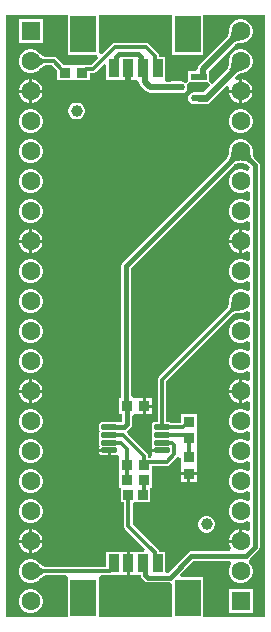
<source format=gbr>
%TF.GenerationSoftware,Altium Limited,Altium Designer,23.10.1 (27)*%
G04 Layer_Physical_Order=2*
G04 Layer_Color=16711680*
%FSLAX45Y45*%
%MOMM*%
%TF.SameCoordinates,7A70C931-5BDF-4ABD-901A-901AFED5F3BC*%
%TF.FilePolarity,Positive*%
%TF.FileFunction,Copper,L2,Bot,Signal*%
%TF.Part,Single*%
G01*
G75*
%TA.AperFunction,ComponentPad*%
%ADD10C,1.60000*%
%ADD11R,1.60000X1.60000*%
%TA.AperFunction,ViaPad*%
%ADD12C,0.50000*%
%TA.AperFunction,FiducialPad,Global*%
%ADD13C,1.00000*%
%TA.AperFunction,SMDPad,CuDef*%
%ADD14R,0.95814X0.91213*%
%ADD15R,0.91213X0.95814*%
G04:AMPARAMS|DCode=16|XSize=0.45mm|YSize=1.35mm|CornerRadius=0.0495mm|HoleSize=0mm|Usage=FLASHONLY|Rotation=90.000|XOffset=0mm|YOffset=0mm|HoleType=Round|Shape=RoundedRectangle|*
%AMROUNDEDRECTD16*
21,1,0.45000,1.25100,0,0,90.0*
21,1,0.35100,1.35000,0,0,90.0*
1,1,0.09900,0.62550,0.17550*
1,1,0.09900,0.62550,-0.17550*
1,1,0.09900,-0.62550,-0.17550*
1,1,0.09900,-0.62550,0.17550*
%
%ADD16ROUNDEDRECTD16*%
%ADD17R,0.80650X0.86822*%
%TA.AperFunction,ConnectorPad*%
%ADD18R,0.81280X1.60020*%
%ADD19R,2.20980X3.09880*%
%TA.AperFunction,SMDPad,CuDef*%
G04:AMPARAMS|DCode=20|XSize=1.35872mm|YSize=0.58684mm|CornerRadius=0.29342mm|HoleSize=0mm|Usage=FLASHONLY|Rotation=180.000|XOffset=0mm|YOffset=0mm|HoleType=Round|Shape=RoundedRectangle|*
%AMROUNDEDRECTD20*
21,1,1.35872,0.00000,0,0,180.0*
21,1,0.77188,0.58684,0,0,180.0*
1,1,0.58684,-0.38594,0.00000*
1,1,0.58684,0.38594,0.00000*
1,1,0.58684,0.38594,0.00000*
1,1,0.58684,-0.38594,0.00000*
%
%ADD20ROUNDEDRECTD20*%
%ADD21R,1.35872X0.58684*%
%ADD22R,0.81280X1.60020*%
%ADD23R,2.20980X3.09880*%
%ADD24R,0.95872X0.91213*%
%TA.AperFunction,Conductor*%
%ADD25C,0.30000*%
%ADD26C,0.40000*%
%ADD27C,0.50000*%
%ADD28C,0.60000*%
G36*
X888200Y4896504D02*
X879695Y4896329D01*
X871542Y4895629D01*
X863741Y4894404D01*
X856293Y4892655D01*
X849197Y4890382D01*
X842453Y4887584D01*
X836062Y4884261D01*
X830022Y4880414D01*
X824336Y4876042D01*
X819001Y4871146D01*
X783646Y4906501D01*
X788542Y4911836D01*
X792914Y4917523D01*
X796761Y4923562D01*
X800083Y4929953D01*
X802882Y4936697D01*
X805155Y4943793D01*
X806904Y4951241D01*
X808129Y4959042D01*
X808829Y4967195D01*
X809004Y4975700D01*
X888200Y4896504D01*
D02*
G37*
G36*
X-823940Y4770710D02*
X-808739Y4757590D01*
X-801466Y4752260D01*
X-794412Y4747750D01*
X-787577Y4744060D01*
X-780959Y4741190D01*
X-774561Y4739140D01*
X-768380Y4737910D01*
X-762419Y4737500D01*
Y4707500D01*
X-768380Y4707090D01*
X-774561Y4705860D01*
X-780959Y4703810D01*
X-787577Y4700940D01*
X-794412Y4697250D01*
X-801466Y4692740D01*
X-808739Y4687410D01*
X-816231Y4681260D01*
X-831869Y4666500D01*
Y4778500D01*
X-823940Y4770710D01*
D02*
G37*
G36*
X899875Y4643243D02*
X892728Y4642025D01*
X885755Y4640357D01*
X878956Y4638239D01*
X872331Y4635671D01*
X865880Y4632652D01*
X859603Y4629183D01*
X853499Y4625264D01*
X847570Y4620895D01*
X841814Y4616076D01*
X836232Y4610806D01*
X787032Y4646459D01*
X792388Y4652221D01*
X797063Y4658115D01*
X801058Y4664142D01*
X804373Y4670302D01*
X807007Y4676594D01*
X808962Y4683018D01*
X810236Y4689575D01*
X810829Y4696265D01*
X810743Y4703087D01*
X809976Y4710042D01*
X899875Y4643243D01*
D02*
G37*
G36*
X969134Y3949889D02*
X970842Y3931890D01*
X972412Y3923701D01*
X974459Y3916053D01*
X976983Y3908947D01*
X979985Y3902381D01*
X983465Y3896356D01*
X987421Y3890872D01*
X991856Y3885929D01*
X963571Y3857645D01*
X958628Y3862079D01*
X953144Y3866035D01*
X947119Y3869515D01*
X940553Y3872517D01*
X933447Y3875041D01*
X925799Y3877089D01*
X917611Y3878658D01*
X908881Y3879751D01*
X899611Y3880366D01*
X889800Y3880504D01*
X968996Y3959700D01*
X969134Y3949889D01*
D02*
G37*
G36*
X888200Y3880504D02*
X878389Y3880366D01*
X860389Y3878658D01*
X852201Y3877089D01*
X844553Y3875041D01*
X837447Y3872517D01*
X830881Y3869515D01*
X824856Y3866035D01*
X819372Y3862079D01*
X814429Y3857645D01*
X786144Y3885929D01*
X790579Y3890872D01*
X794535Y3896356D01*
X798015Y3902381D01*
X801017Y3908947D01*
X803541Y3916053D01*
X805588Y3923701D01*
X807158Y3931890D01*
X808251Y3940619D01*
X808866Y3949889D01*
X809004Y3959700D01*
X888200Y3880504D01*
D02*
G37*
G36*
X889509Y3859788D02*
X898778Y3859658D01*
X906906Y3859119D01*
X914371Y3858184D01*
X921163Y3856882D01*
X927292Y3855241D01*
X932763Y3853298D01*
X937611Y3851081D01*
X941874Y3848619D01*
X944993Y3846368D01*
X965100Y3826262D01*
X962666Y3804102D01*
X939596Y3793128D01*
X927722Y3799983D01*
X902207Y3806820D01*
X875793D01*
X850278Y3799983D01*
X827402Y3786776D01*
X808724Y3768098D01*
X795517Y3745222D01*
X788680Y3719707D01*
Y3693293D01*
X795517Y3667778D01*
X808724Y3644902D01*
X827402Y3626224D01*
X850278Y3613017D01*
X875793Y3606180D01*
X902207D01*
X927722Y3613017D01*
X942610Y3621613D01*
X968210Y3610326D01*
Y3548675D01*
X942610Y3537388D01*
X927722Y3545983D01*
X902207Y3552820D01*
X875793D01*
X850278Y3545983D01*
X827402Y3532776D01*
X808724Y3514098D01*
X795517Y3491222D01*
X788680Y3465707D01*
Y3439293D01*
X795517Y3413778D01*
X808724Y3390902D01*
X827402Y3372224D01*
X850278Y3359017D01*
X875793Y3352180D01*
X902207D01*
X927722Y3359017D01*
X942610Y3367613D01*
X968210Y3356326D01*
Y3294642D01*
X942610Y3283364D01*
X927714Y3291964D01*
X902205Y3298800D01*
X901700D01*
Y3198500D01*
Y3098200D01*
X902205D01*
X927714Y3105036D01*
X942610Y3113636D01*
X968210Y3102358D01*
Y3040675D01*
X942610Y3029388D01*
X927722Y3037983D01*
X902207Y3044820D01*
X875793D01*
X850278Y3037983D01*
X827402Y3024776D01*
X808724Y3006098D01*
X795517Y2983222D01*
X788680Y2957707D01*
Y2931293D01*
X795517Y2905778D01*
X808724Y2882902D01*
X827402Y2864224D01*
X850278Y2851017D01*
X875793Y2844180D01*
X902207D01*
X927722Y2851017D01*
X942610Y2859613D01*
X968210Y2848326D01*
Y2786675D01*
X942610Y2775388D01*
X927722Y2783983D01*
X902207Y2790820D01*
X875793D01*
X850278Y2783983D01*
X827402Y2770776D01*
X808724Y2752098D01*
X795517Y2729222D01*
X788680Y2703707D01*
Y2691981D01*
X788295Y2690298D01*
X787695Y2669521D01*
X786871Y2661149D01*
X785685Y2653455D01*
X784192Y2646671D01*
X782441Y2640810D01*
X780497Y2635888D01*
X778430Y2631873D01*
X776389Y2628818D01*
X199536Y2051964D01*
X191729Y2040281D01*
X188988Y2026500D01*
Y1665815D01*
X159950D01*
X150090Y1663854D01*
X141731Y1658268D01*
X136146Y1649910D01*
X134185Y1640050D01*
Y1604950D01*
X136146Y1595090D01*
X139547Y1590000D01*
X136146Y1584909D01*
X134185Y1575050D01*
Y1539950D01*
X136146Y1530090D01*
X139547Y1525000D01*
X136146Y1519910D01*
X134185Y1510050D01*
Y1474950D01*
X136146Y1465090D01*
X139559Y1459982D01*
X136165Y1454902D01*
X134205Y1445050D01*
Y1440200D01*
X222500D01*
Y1414800D01*
X134205D01*
Y1409950D01*
X136165Y1400098D01*
X141746Y1391746D01*
X141946Y1391612D01*
X134180Y1366012D01*
X103837D01*
Y1382175D01*
X101096Y1395956D01*
X93289Y1407639D01*
X-66407Y1567335D01*
X-73249Y1592754D01*
X-65730Y1601132D01*
X-43602Y1623260D01*
X-34690Y1636597D01*
X-31561Y1652329D01*
Y1715972D01*
X-13459Y1734073D01*
X-4415D01*
X21064Y1734094D01*
X59971D01*
Y1800000D01*
Y1865906D01*
X21185D01*
X-4415Y1865927D01*
X-13290Y1865926D01*
X-38890Y1884181D01*
Y2974472D01*
X833007Y3846369D01*
X836126Y3848619D01*
X840389Y3851081D01*
X845237Y3853298D01*
X850711Y3855242D01*
X856837Y3856882D01*
X863326Y3858126D01*
X879514Y3859662D01*
X888490Y3859788D01*
X889000Y3859897D01*
X889509Y3859788D01*
D02*
G37*
G36*
X888200Y2610504D02*
X877085Y2610406D01*
X857059Y2608935D01*
X848148Y2607561D01*
X839971Y2605762D01*
X832528Y2603538D01*
X825820Y2600888D01*
X819845Y2597813D01*
X814606Y2594313D01*
X810100Y2590387D01*
X788887Y2611600D01*
X792813Y2616106D01*
X796313Y2621346D01*
X799388Y2627320D01*
X802038Y2634028D01*
X804262Y2641471D01*
X806061Y2649648D01*
X807435Y2658559D01*
X808383Y2668205D01*
X809004Y2689700D01*
X888200Y2610504D01*
D02*
G37*
G36*
X968210Y2594326D02*
Y2532675D01*
X942610Y2521388D01*
X927722Y2529983D01*
X902207Y2536820D01*
X875793D01*
X850278Y2529983D01*
X827402Y2516776D01*
X808724Y2498098D01*
X795517Y2475222D01*
X788680Y2449707D01*
Y2423293D01*
X795517Y2397778D01*
X808724Y2374902D01*
X827402Y2356224D01*
X850278Y2343017D01*
X875793Y2336180D01*
X902207D01*
X927722Y2343017D01*
X942610Y2351613D01*
X968210Y2340326D01*
Y2278675D01*
X942610Y2267388D01*
X927722Y2275983D01*
X902207Y2282820D01*
X875793D01*
X850278Y2275983D01*
X827402Y2262776D01*
X808724Y2244098D01*
X795517Y2221222D01*
X788680Y2195707D01*
Y2169293D01*
X795517Y2143778D01*
X808724Y2120902D01*
X827402Y2102224D01*
X850278Y2089017D01*
X875793Y2082180D01*
X902207D01*
X927722Y2089017D01*
X942610Y2097613D01*
X968210Y2086326D01*
Y2024642D01*
X942610Y2013364D01*
X927714Y2021964D01*
X902205Y2028800D01*
X901700D01*
Y1928500D01*
Y1828200D01*
X902205D01*
X927714Y1835036D01*
X942610Y1843636D01*
X968210Y1832358D01*
Y1770675D01*
X942610Y1759388D01*
X927722Y1767983D01*
X902207Y1774820D01*
X875793D01*
X850278Y1767983D01*
X827402Y1754776D01*
X808724Y1736098D01*
X795517Y1713222D01*
X788680Y1687707D01*
Y1661293D01*
X795517Y1635778D01*
X808724Y1612902D01*
X827402Y1594224D01*
X850278Y1581017D01*
X875793Y1574180D01*
X902207D01*
X927722Y1581017D01*
X942610Y1589613D01*
X968210Y1578326D01*
Y1516675D01*
X942610Y1505388D01*
X927722Y1513983D01*
X902207Y1520820D01*
X875793D01*
X850278Y1513983D01*
X827402Y1500776D01*
X808724Y1482098D01*
X795517Y1459222D01*
X788680Y1433707D01*
Y1407293D01*
X795517Y1381778D01*
X808724Y1358902D01*
X827402Y1340224D01*
X850278Y1327017D01*
X875793Y1320180D01*
X902207D01*
X927722Y1327017D01*
X942610Y1335613D01*
X968210Y1324326D01*
Y1262675D01*
X942610Y1251388D01*
X927722Y1259983D01*
X902207Y1266820D01*
X875793D01*
X850278Y1259983D01*
X827402Y1246776D01*
X808724Y1228098D01*
X795517Y1205222D01*
X788680Y1179707D01*
Y1153293D01*
X795517Y1127778D01*
X808724Y1104902D01*
X827402Y1086224D01*
X850278Y1073017D01*
X875793Y1066180D01*
X902207D01*
X927722Y1073017D01*
X942610Y1081613D01*
X968210Y1070326D01*
Y1008675D01*
X942610Y997388D01*
X927722Y1005983D01*
X902207Y1012820D01*
X875793D01*
X850278Y1005983D01*
X827402Y992776D01*
X808724Y974098D01*
X795517Y951222D01*
X788680Y925707D01*
Y899293D01*
X795517Y873778D01*
X808724Y850902D01*
X827402Y832224D01*
X850278Y819017D01*
X875793Y812180D01*
X902207D01*
X927722Y819017D01*
X942610Y827613D01*
X968210Y816326D01*
Y754642D01*
X942610Y743364D01*
X927714Y751964D01*
X902205Y758800D01*
X901700D01*
Y658500D01*
X889000D01*
Y645800D01*
X788700D01*
Y645295D01*
X795536Y619786D01*
X808740Y596915D01*
X808945Y596710D01*
X798341Y571110D01*
X470649D01*
X454917Y567981D01*
X441580Y559069D01*
X274060Y391549D01*
X248460Y393485D01*
Y569730D01*
X196561D01*
X195131Y576921D01*
X187324Y588604D01*
X139592Y636337D01*
X138976Y637258D01*
X-26574Y802808D01*
Y983934D01*
X-1941Y986269D01*
X1941D01*
Y986269D01*
X123231D01*
Y1109073D01*
X138426D01*
Y1234073D01*
Y1293988D01*
X262500D01*
X276281Y1296729D01*
X287964Y1304536D01*
X352033Y1368604D01*
X379973Y1365094D01*
X384074Y1362311D01*
X384073Y1301973D01*
X384094Y1276500D01*
Y1242500D01*
X450000D01*
X515907D01*
Y1276372D01*
X515927Y1301973D01*
X515927Y1323599D01*
Y1438426D01*
X515927D01*
Y1461574D01*
X515927D01*
Y1598027D01*
X515927Y1598027D01*
Y1601973D01*
X515927D01*
X515927Y1623627D01*
Y1738427D01*
X384074D01*
Y1658512D01*
X302904D01*
X294910Y1663854D01*
X285050Y1665815D01*
X261012D01*
Y2011583D01*
X827317Y2577889D01*
X830373Y2579930D01*
X834386Y2581996D01*
X839311Y2583941D01*
X845171Y2585692D01*
X851955Y2587185D01*
X859401Y2588333D01*
X877937Y2589695D01*
X888382Y2589787D01*
X890273Y2590180D01*
X902207D01*
X927722Y2597017D01*
X942610Y2605613D01*
X968210Y2594326D01*
D02*
G37*
G36*
X-823940Y452710D02*
X-808739Y439590D01*
X-801466Y434260D01*
X-794412Y429750D01*
X-787577Y426060D01*
X-780959Y423190D01*
X-774561Y421140D01*
X-768380Y419910D01*
X-762419Y419500D01*
Y389500D01*
X-768380Y389090D01*
X-774561Y387860D01*
X-780959Y385810D01*
X-787577Y382940D01*
X-794412Y379250D01*
X-801466Y374740D01*
X-808739Y369410D01*
X-816231Y363260D01*
X-831869Y348500D01*
Y460500D01*
X-823940Y452710D01*
D02*
G37*
G36*
X-573310Y5113765D02*
Y4775340D01*
X-330492D01*
X-319888Y4749740D01*
X-378010Y4691619D01*
X-424194D01*
X-427674Y4690926D01*
X-501372D01*
X-523027Y4690927D01*
X-548628Y4690926D01*
X-610197D01*
X-667235Y4747964D01*
X-678918Y4755771D01*
X-692700Y4758512D01*
X-765755D01*
X-769361Y4759230D01*
X-773659Y4760606D01*
X-778517Y4762714D01*
X-783896Y4765617D01*
X-789750Y4769360D01*
X-795827Y4773813D01*
X-809897Y4785957D01*
X-817348Y4793278D01*
X-818963Y4794336D01*
X-827402Y4802776D01*
X-850278Y4815983D01*
X-875793Y4822820D01*
X-902207D01*
X-927722Y4815983D01*
X-950598Y4802776D01*
X-969276Y4784098D01*
X-982483Y4761222D01*
X-989320Y4735707D01*
Y4709293D01*
X-982483Y4683778D01*
X-969276Y4660902D01*
X-950598Y4642224D01*
X-927722Y4629017D01*
X-902207Y4622180D01*
X-875793D01*
X-850278Y4629017D01*
X-827402Y4642224D01*
X-819110Y4650516D01*
X-817648Y4651433D01*
X-802531Y4665702D01*
X-796034Y4671035D01*
X-789750Y4675640D01*
X-783898Y4679382D01*
X-778518Y4682286D01*
X-773660Y4684393D01*
X-769362Y4685770D01*
X-765755Y4686488D01*
X-707616D01*
X-663426Y4642298D01*
Y4559073D01*
X-548628D01*
X-526973Y4559073D01*
X-501372Y4559073D01*
X-386574D01*
Y4619595D01*
X-363093D01*
X-349312Y4622336D01*
X-337629Y4630142D01*
X-272111Y4695660D01*
X-248460Y4685864D01*
Y4560270D01*
X-149032D01*
X-126541Y4560270D01*
Y4560270D01*
X-123439Y4560290D01*
Y4560290D01*
X-75200D01*
Y4660600D01*
X-49800D01*
Y4560290D01*
X-1560D01*
Y4560290D01*
X1540Y4560270D01*
X23498Y4551477D01*
X31932Y4541860D01*
X35450Y4524177D01*
X45466Y4509186D01*
X87326Y4467326D01*
X102317Y4457309D01*
X120000Y4453792D01*
X120002Y4453792D01*
X288502D01*
X289358Y4453219D01*
X308735Y4449365D01*
X385923D01*
X405300Y4453219D01*
X421727Y4464196D01*
X432703Y4480623D01*
X436558Y4500000D01*
X433834Y4513694D01*
X432704Y4519377D01*
X433206Y4524155D01*
X448413Y4541754D01*
X448875Y4541837D01*
X467491Y4541838D01*
X595829D01*
X616076Y4541837D01*
X630749Y4520306D01*
X570249Y4459806D01*
X532671D01*
X529298Y4459135D01*
X494077D01*
X474700Y4455280D01*
X458272Y4444304D01*
X447296Y4427877D01*
X443442Y4408500D01*
X447296Y4389123D01*
X458272Y4372696D01*
X474700Y4361719D01*
X494077Y4357865D01*
X529298D01*
X532671Y4357194D01*
X591500D01*
X611134Y4361100D01*
X627779Y4372221D01*
X773031Y4517474D01*
X783016Y4512922D01*
X794277Y4502516D01*
X788700Y4481705D01*
Y4481200D01*
X876300D01*
Y4568800D01*
X875795D01*
X854985Y4563224D01*
X844578Y4574484D01*
X840026Y4584469D01*
X859009Y4603452D01*
X860377Y4604598D01*
X865252Y4608190D01*
X870219Y4611379D01*
X875291Y4614182D01*
X880474Y4616607D01*
X885791Y4618668D01*
X891252Y4620369D01*
X896885Y4621717D01*
X899606Y4622180D01*
X902207D01*
X927722Y4629017D01*
X950598Y4642224D01*
X969276Y4660902D01*
X982483Y4683778D01*
X989320Y4709293D01*
Y4735707D01*
X982483Y4761222D01*
X969276Y4784098D01*
X950598Y4802776D01*
X927722Y4815983D01*
X902207Y4822820D01*
X875793D01*
X850278Y4815983D01*
X827402Y4802776D01*
X808724Y4784098D01*
X795517Y4761222D01*
X788680Y4735707D01*
Y4709293D01*
X789589Y4705901D01*
X790039Y4701816D01*
X790100Y4697053D01*
X789693Y4692475D01*
X788828Y4688020D01*
X787492Y4683627D01*
X785652Y4679233D01*
X783265Y4674797D01*
X780281Y4670297D01*
X778525Y4668082D01*
X642458Y4532015D01*
X620927Y4546688D01*
X620926Y4565429D01*
Y4641161D01*
X620927Y4641162D01*
X620927D01*
X636935Y4659087D01*
X839132Y4861284D01*
X841926Y4863432D01*
X846426Y4866299D01*
X851217Y4868789D01*
X856340Y4870915D01*
X861830Y4872674D01*
X867722Y4874057D01*
X874037Y4875049D01*
X880794Y4875629D01*
X888627Y4875790D01*
X890395Y4876180D01*
X902207D01*
X927722Y4883017D01*
X950598Y4896224D01*
X969276Y4914902D01*
X982483Y4937778D01*
X989320Y4963293D01*
Y4989707D01*
X982483Y5015222D01*
X969276Y5038098D01*
X950598Y5056776D01*
X927722Y5069983D01*
X902207Y5076820D01*
X875793D01*
X850278Y5069983D01*
X827402Y5056776D01*
X808724Y5038098D01*
X795517Y5015222D01*
X788680Y4989707D01*
Y4977896D01*
X788290Y4976127D01*
X788129Y4968295D01*
X787549Y4961537D01*
X786557Y4955222D01*
X785174Y4949330D01*
X783415Y4943840D01*
X781290Y4938719D01*
X778799Y4933926D01*
X775931Y4929425D01*
X773784Y4926632D01*
X537333Y4690181D01*
X527316Y4675190D01*
X523799Y4657507D01*
X506275Y4641162D01*
X444415D01*
Y4566261D01*
X444414Y4547929D01*
X424967Y4537537D01*
X421156Y4536187D01*
X413937Y4541010D01*
X405300Y4546780D01*
X385923Y4550635D01*
X308735D01*
X289358Y4546780D01*
X288502Y4546208D01*
X268235D01*
X248460Y4560270D01*
Y4760930D01*
X198512D01*
Y4762500D01*
X195771Y4776282D01*
X187964Y4787965D01*
X110465Y4865464D01*
X98782Y4873271D01*
X85000Y4876012D01*
X-178700D01*
X-192481Y4873271D01*
X-204164Y4865464D01*
X-286090Y4783538D01*
X-311690Y4794142D01*
Y5113764D01*
X311690Y5113764D01*
Y4775340D01*
X573310D01*
Y5113763D01*
X1093764Y5113763D01*
X1093765Y700291D01*
X1093765Y16235D01*
X573310D01*
Y354660D01*
X386895D01*
X377098Y378311D01*
X487677Y488890D01*
X795312D01*
X803834Y474408D01*
X807103Y463290D01*
X795517Y443222D01*
X788680Y417707D01*
Y391293D01*
X795517Y365778D01*
X808724Y342902D01*
X827402Y324224D01*
X850278Y311017D01*
X875793Y304180D01*
X902207D01*
X927722Y311017D01*
X950598Y324224D01*
X969276Y342902D01*
X982483Y365778D01*
X989320Y391293D01*
Y417707D01*
X982483Y443222D01*
X969276Y466098D01*
X963027Y472347D01*
X959962Y498901D01*
X964416Y505620D01*
X1038389Y579593D01*
X1047301Y592930D01*
X1050430Y608662D01*
Y3840180D01*
X1047301Y3855912D01*
X1038389Y3869249D01*
X1003132Y3904507D01*
X1000881Y3907626D01*
X998419Y3911889D01*
X996202Y3916737D01*
X994258Y3922211D01*
X992618Y3928337D01*
X991374Y3934826D01*
X989838Y3951014D01*
X989712Y3959991D01*
X989320Y3961827D01*
Y3973707D01*
X982483Y3999222D01*
X969276Y4022098D01*
X950598Y4040776D01*
X927722Y4053983D01*
X902207Y4060820D01*
X875793D01*
X850278Y4053983D01*
X827402Y4040776D01*
X808724Y4022098D01*
X795517Y3999222D01*
X788680Y3973707D01*
Y3961827D01*
X788288Y3959991D01*
X788158Y3950722D01*
X787618Y3942594D01*
X786684Y3935129D01*
X785382Y3928337D01*
X783741Y3922208D01*
X781798Y3916737D01*
X779581Y3911889D01*
X777119Y3907626D01*
X774869Y3904507D01*
X-109069Y3020569D01*
X-117981Y3007232D01*
X-121110Y2991500D01*
Y1865926D01*
X-140926D01*
Y1734073D01*
X-113781D01*
Y1669358D01*
X-119528Y1663610D01*
X-149725D01*
X-150090Y1663854D01*
X-159950Y1665815D01*
X-285050D01*
X-294910Y1663854D01*
X-303269Y1658268D01*
X-308854Y1649910D01*
X-310815Y1640050D01*
Y1604950D01*
X-308854Y1595090D01*
X-305453Y1590000D01*
X-308854Y1584909D01*
X-310815Y1575050D01*
Y1539950D01*
X-308854Y1530090D01*
X-305453Y1525000D01*
X-308854Y1519910D01*
X-310815Y1510050D01*
Y1474950D01*
X-308854Y1465090D01*
X-305441Y1459982D01*
X-308835Y1454902D01*
X-310795Y1445050D01*
Y1440200D01*
X-222500D01*
Y1427500D01*
X-209800D01*
Y1384205D01*
X-159950D01*
X-152545Y1385678D01*
X-141036Y1369245D01*
X-138426Y1364372D01*
Y1234073D01*
Y1109073D01*
X-123231D01*
Y986269D01*
X-98597D01*
Y787891D01*
X-95856Y774110D01*
X-88050Y762427D01*
X79047Y595330D01*
X68443Y569730D01*
X1540Y569730D01*
X-23932Y569710D01*
X-49800D01*
Y469400D01*
Y369090D01*
X-24060D01*
X1540Y369070D01*
X42713Y369070D01*
X45159Y356769D01*
X54071Y343433D01*
X77503Y320001D01*
X90839Y311090D01*
X106572Y307960D01*
X289719D01*
X311690Y286813D01*
Y16235D01*
X-311690Y16234D01*
Y342888D01*
X-311690Y354660D01*
X-291818Y368488D01*
X-213140D01*
X-210214Y369070D01*
X-126540Y369070D01*
X-101068Y369090D01*
X-75200D01*
Y469400D01*
Y569710D01*
X-100940D01*
X-126540Y569730D01*
X-149032Y569730D01*
X-248460D01*
Y440512D01*
X-765755D01*
X-769361Y441230D01*
X-773659Y442606D01*
X-778517Y444714D01*
X-783896Y447617D01*
X-789750Y451360D01*
X-795827Y455813D01*
X-809897Y467957D01*
X-817348Y475278D01*
X-818963Y476336D01*
X-827402Y484776D01*
X-850278Y497983D01*
X-875793Y504820D01*
X-902207D01*
X-927722Y497983D01*
X-950598Y484776D01*
X-969276Y466098D01*
X-982483Y443222D01*
X-989320Y417707D01*
Y391293D01*
X-982483Y365778D01*
X-969276Y342902D01*
X-950598Y324224D01*
X-927722Y311017D01*
X-902207Y304180D01*
X-875793D01*
X-850278Y311017D01*
X-827402Y324224D01*
X-819110Y332516D01*
X-817648Y333433D01*
X-802531Y347702D01*
X-796034Y353035D01*
X-789750Y357640D01*
X-783898Y361382D01*
X-778518Y364286D01*
X-773660Y366393D01*
X-769362Y367770D01*
X-765755Y368488D01*
X-593182D01*
X-573310Y354660D01*
X-573310Y342888D01*
Y16234D01*
X-1093764D01*
Y5113765D01*
X-573310Y5113765D01*
D02*
G37*
%LPC*%
G36*
X876300Y3298800D02*
X875795D01*
X850286Y3291964D01*
X827415Y3278760D01*
X808740Y3260085D01*
X795536Y3237214D01*
X788700Y3211705D01*
Y3211200D01*
X876300D01*
Y3298800D01*
D02*
G37*
G36*
Y3185800D02*
X788700D01*
Y3185295D01*
X795536Y3159786D01*
X808740Y3136915D01*
X827415Y3118240D01*
X850286Y3105036D01*
X875795Y3098200D01*
X876300D01*
Y3185800D01*
D02*
G37*
G36*
X85371Y1865906D02*
Y1812700D01*
X140906D01*
Y1865906D01*
X85371D01*
D02*
G37*
G36*
X140906Y1787300D02*
X85371D01*
Y1734094D01*
X140906D01*
Y1787300D01*
D02*
G37*
G36*
X876300Y2028800D02*
X875795D01*
X850286Y2021964D01*
X827415Y2008760D01*
X808740Y1990085D01*
X795536Y1967214D01*
X788700Y1941705D01*
Y1941200D01*
X876300D01*
Y2028800D01*
D02*
G37*
G36*
Y1915800D02*
X788700D01*
Y1915295D01*
X795536Y1889786D01*
X808740Y1866915D01*
X827415Y1848240D01*
X850286Y1835036D01*
X875795Y1828200D01*
X876300D01*
Y1915800D01*
D02*
G37*
G36*
X515907Y1217100D02*
X462700D01*
Y1161594D01*
X515907D01*
Y1217100D01*
D02*
G37*
G36*
X437300D02*
X384094D01*
Y1161594D01*
X437300D01*
Y1217100D01*
D02*
G37*
G36*
X609258Y870320D02*
X590742D01*
X572858Y865528D01*
X556823Y856270D01*
X543730Y843177D01*
X534472Y827142D01*
X529680Y809258D01*
Y790742D01*
X534472Y772857D01*
X543730Y756822D01*
X556823Y743730D01*
X572858Y734472D01*
X590742Y729680D01*
X609258D01*
X627143Y734472D01*
X643178Y743730D01*
X656270Y756822D01*
X665528Y772857D01*
X670320Y790742D01*
Y809258D01*
X665528Y827142D01*
X656270Y843177D01*
X643178Y856270D01*
X627143Y865528D01*
X609258Y870320D01*
D02*
G37*
G36*
X876300Y758800D02*
X875795D01*
X850286Y751964D01*
X827415Y738760D01*
X808740Y720085D01*
X795536Y697214D01*
X788700Y671705D01*
Y671200D01*
X876300D01*
Y758800D01*
D02*
G37*
G36*
X-788680Y5076820D02*
X-989320D01*
Y4876180D01*
X-788680D01*
Y5076820D01*
D02*
G37*
G36*
X902205Y4568800D02*
X901700D01*
Y4481200D01*
X989300D01*
Y4481705D01*
X982464Y4507214D01*
X969260Y4530085D01*
X950585Y4548760D01*
X927714Y4561964D01*
X902205Y4568800D01*
D02*
G37*
G36*
X-875795D02*
X-876300D01*
Y4481200D01*
X-788700D01*
Y4481705D01*
X-795536Y4507214D01*
X-808740Y4530085D01*
X-827415Y4548760D01*
X-850286Y4561964D01*
X-875795Y4568800D01*
D02*
G37*
G36*
X-901700D02*
X-902205D01*
X-927714Y4561964D01*
X-950585Y4548760D01*
X-969260Y4530085D01*
X-982464Y4507214D01*
X-989300Y4481705D01*
Y4481200D01*
X-901700D01*
Y4568800D01*
D02*
G37*
G36*
X989300Y4455800D02*
X901700D01*
Y4368200D01*
X902205D01*
X927714Y4375036D01*
X950585Y4388240D01*
X969260Y4406915D01*
X982464Y4429786D01*
X989300Y4455295D01*
Y4455800D01*
D02*
G37*
G36*
X876300D02*
X788700D01*
Y4455295D01*
X795536Y4429786D01*
X808740Y4406915D01*
X827415Y4388240D01*
X850286Y4375036D01*
X875795Y4368200D01*
X876300D01*
Y4455800D01*
D02*
G37*
G36*
X-788700D02*
X-876300D01*
Y4368200D01*
X-875795D01*
X-850286Y4375036D01*
X-827415Y4388240D01*
X-808740Y4406915D01*
X-795536Y4429786D01*
X-788700Y4455295D01*
Y4455800D01*
D02*
G37*
G36*
X-901700D02*
X-989300D01*
Y4455295D01*
X-982464Y4429786D01*
X-969260Y4406915D01*
X-950585Y4388240D01*
X-927714Y4375036D01*
X-902205Y4368200D01*
X-901700D01*
Y4455800D01*
D02*
G37*
G36*
X-490742Y4370320D02*
X-509258D01*
X-527142Y4365528D01*
X-543177Y4356270D01*
X-556270Y4343177D01*
X-565528Y4327142D01*
X-570320Y4309258D01*
Y4290742D01*
X-565528Y4272858D01*
X-556270Y4256823D01*
X-543177Y4243730D01*
X-527142Y4234472D01*
X-509258Y4229680D01*
X-490742D01*
X-472858Y4234472D01*
X-456823Y4243730D01*
X-443730Y4256823D01*
X-434472Y4272858D01*
X-429680Y4290742D01*
Y4309258D01*
X-434472Y4327142D01*
X-443730Y4343177D01*
X-456823Y4356270D01*
X-472858Y4365528D01*
X-490742Y4370320D01*
D02*
G37*
G36*
X902207Y4314820D02*
X875793D01*
X850278Y4307983D01*
X827402Y4294776D01*
X808724Y4276098D01*
X795517Y4253222D01*
X788680Y4227707D01*
Y4201293D01*
X795517Y4175778D01*
X808724Y4152902D01*
X827402Y4134224D01*
X850278Y4121017D01*
X875793Y4114180D01*
X902207D01*
X927722Y4121017D01*
X950598Y4134224D01*
X969276Y4152902D01*
X982483Y4175778D01*
X989320Y4201293D01*
Y4227707D01*
X982483Y4253222D01*
X969276Y4276098D01*
X950598Y4294776D01*
X927722Y4307983D01*
X902207Y4314820D01*
D02*
G37*
G36*
X-875793D02*
X-902207D01*
X-927722Y4307983D01*
X-950598Y4294776D01*
X-969276Y4276098D01*
X-982483Y4253222D01*
X-989320Y4227707D01*
Y4201293D01*
X-982483Y4175778D01*
X-969276Y4152902D01*
X-950598Y4134224D01*
X-927722Y4121017D01*
X-902207Y4114180D01*
X-875793D01*
X-850278Y4121017D01*
X-827402Y4134224D01*
X-808724Y4152902D01*
X-795517Y4175778D01*
X-788680Y4201293D01*
Y4227707D01*
X-795517Y4253222D01*
X-808724Y4276098D01*
X-827402Y4294776D01*
X-850278Y4307983D01*
X-875793Y4314820D01*
D02*
G37*
G36*
Y4060820D02*
X-902207D01*
X-927722Y4053983D01*
X-950598Y4040776D01*
X-969276Y4022098D01*
X-982483Y3999222D01*
X-989320Y3973707D01*
Y3947293D01*
X-982483Y3921778D01*
X-969276Y3898902D01*
X-950598Y3880224D01*
X-927722Y3867017D01*
X-902207Y3860180D01*
X-875793D01*
X-850278Y3867017D01*
X-827402Y3880224D01*
X-808724Y3898902D01*
X-795517Y3921778D01*
X-788680Y3947293D01*
Y3973707D01*
X-795517Y3999222D01*
X-808724Y4022098D01*
X-827402Y4040776D01*
X-850278Y4053983D01*
X-875793Y4060820D01*
D02*
G37*
G36*
Y3806820D02*
X-902207D01*
X-927722Y3799983D01*
X-950598Y3786776D01*
X-969276Y3768098D01*
X-982483Y3745222D01*
X-989320Y3719707D01*
Y3693293D01*
X-982483Y3667778D01*
X-969276Y3644902D01*
X-950598Y3626224D01*
X-927722Y3613017D01*
X-902207Y3606180D01*
X-875793D01*
X-850278Y3613017D01*
X-827402Y3626224D01*
X-808724Y3644902D01*
X-795517Y3667778D01*
X-788680Y3693293D01*
Y3719707D01*
X-795517Y3745222D01*
X-808724Y3768098D01*
X-827402Y3786776D01*
X-850278Y3799983D01*
X-875793Y3806820D01*
D02*
G37*
G36*
Y3552820D02*
X-902207D01*
X-927722Y3545983D01*
X-950598Y3532776D01*
X-969276Y3514098D01*
X-982483Y3491222D01*
X-989320Y3465707D01*
Y3439293D01*
X-982483Y3413778D01*
X-969276Y3390902D01*
X-950598Y3372224D01*
X-927722Y3359017D01*
X-902207Y3352180D01*
X-875793D01*
X-850278Y3359017D01*
X-827402Y3372224D01*
X-808724Y3390902D01*
X-795517Y3413778D01*
X-788680Y3439293D01*
Y3465707D01*
X-795517Y3491222D01*
X-808724Y3514098D01*
X-827402Y3532776D01*
X-850278Y3545983D01*
X-875793Y3552820D01*
D02*
G37*
G36*
X-875795Y3298800D02*
X-876300D01*
Y3211200D01*
X-788700D01*
Y3211705D01*
X-795536Y3237214D01*
X-808740Y3260085D01*
X-827415Y3278760D01*
X-850286Y3291964D01*
X-875795Y3298800D01*
D02*
G37*
G36*
X-901700D02*
X-902205D01*
X-927714Y3291964D01*
X-950585Y3278760D01*
X-969260Y3260085D01*
X-982464Y3237214D01*
X-989300Y3211705D01*
Y3211200D01*
X-901700D01*
Y3298800D01*
D02*
G37*
G36*
X-788700Y3185800D02*
X-876300D01*
Y3098200D01*
X-875795D01*
X-850286Y3105036D01*
X-827415Y3118240D01*
X-808740Y3136915D01*
X-795536Y3159786D01*
X-788700Y3185295D01*
Y3185800D01*
D02*
G37*
G36*
X-901700D02*
X-989300D01*
Y3185295D01*
X-982464Y3159786D01*
X-969260Y3136915D01*
X-950585Y3118240D01*
X-927714Y3105036D01*
X-902205Y3098200D01*
X-901700D01*
Y3185800D01*
D02*
G37*
G36*
X-875793Y3044820D02*
X-902207D01*
X-927722Y3037983D01*
X-950598Y3024776D01*
X-969276Y3006098D01*
X-982483Y2983222D01*
X-989320Y2957707D01*
Y2931293D01*
X-982483Y2905778D01*
X-969276Y2882902D01*
X-950598Y2864224D01*
X-927722Y2851017D01*
X-902207Y2844180D01*
X-875793D01*
X-850278Y2851017D01*
X-827402Y2864224D01*
X-808724Y2882902D01*
X-795517Y2905778D01*
X-788680Y2931293D01*
Y2957707D01*
X-795517Y2983222D01*
X-808724Y3006098D01*
X-827402Y3024776D01*
X-850278Y3037983D01*
X-875793Y3044820D01*
D02*
G37*
G36*
Y2790820D02*
X-902207D01*
X-927722Y2783983D01*
X-950598Y2770776D01*
X-969276Y2752098D01*
X-982483Y2729222D01*
X-989320Y2703707D01*
Y2677293D01*
X-982483Y2651778D01*
X-969276Y2628902D01*
X-950598Y2610224D01*
X-927722Y2597017D01*
X-902207Y2590180D01*
X-875793D01*
X-850278Y2597017D01*
X-827402Y2610224D01*
X-808724Y2628902D01*
X-795517Y2651778D01*
X-788680Y2677293D01*
Y2703707D01*
X-795517Y2729222D01*
X-808724Y2752098D01*
X-827402Y2770776D01*
X-850278Y2783983D01*
X-875793Y2790820D01*
D02*
G37*
G36*
Y2536820D02*
X-902207D01*
X-927722Y2529983D01*
X-950598Y2516776D01*
X-969276Y2498098D01*
X-982483Y2475222D01*
X-989320Y2449707D01*
Y2423293D01*
X-982483Y2397778D01*
X-969276Y2374902D01*
X-950598Y2356224D01*
X-927722Y2343017D01*
X-902207Y2336180D01*
X-875793D01*
X-850278Y2343017D01*
X-827402Y2356224D01*
X-808724Y2374902D01*
X-795517Y2397778D01*
X-788680Y2423293D01*
Y2449707D01*
X-795517Y2475222D01*
X-808724Y2498098D01*
X-827402Y2516776D01*
X-850278Y2529983D01*
X-875793Y2536820D01*
D02*
G37*
G36*
Y2282820D02*
X-902207D01*
X-927722Y2275983D01*
X-950598Y2262776D01*
X-969276Y2244098D01*
X-982483Y2221222D01*
X-989320Y2195707D01*
Y2169293D01*
X-982483Y2143778D01*
X-969276Y2120902D01*
X-950598Y2102224D01*
X-927722Y2089017D01*
X-902207Y2082180D01*
X-875793D01*
X-850278Y2089017D01*
X-827402Y2102224D01*
X-808724Y2120902D01*
X-795517Y2143778D01*
X-788680Y2169293D01*
Y2195707D01*
X-795517Y2221222D01*
X-808724Y2244098D01*
X-827402Y2262776D01*
X-850278Y2275983D01*
X-875793Y2282820D01*
D02*
G37*
G36*
X-875795Y2028800D02*
X-876300D01*
Y1941200D01*
X-788700D01*
Y1941705D01*
X-795536Y1967214D01*
X-808740Y1990085D01*
X-827415Y2008760D01*
X-850286Y2021964D01*
X-875795Y2028800D01*
D02*
G37*
G36*
X-901700D02*
X-902205D01*
X-927714Y2021964D01*
X-950585Y2008760D01*
X-969260Y1990085D01*
X-982464Y1967214D01*
X-989300Y1941705D01*
Y1941200D01*
X-901700D01*
Y2028800D01*
D02*
G37*
G36*
X-788700Y1915800D02*
X-876300D01*
Y1828200D01*
X-875795D01*
X-850286Y1835036D01*
X-827415Y1848240D01*
X-808740Y1866915D01*
X-795536Y1889786D01*
X-788700Y1915295D01*
Y1915800D01*
D02*
G37*
G36*
X-901700D02*
X-989300D01*
Y1915295D01*
X-982464Y1889786D01*
X-969260Y1866915D01*
X-950585Y1848240D01*
X-927714Y1835036D01*
X-902205Y1828200D01*
X-901700D01*
Y1915800D01*
D02*
G37*
G36*
X-875793Y1774820D02*
X-902207D01*
X-927722Y1767983D01*
X-950598Y1754776D01*
X-969276Y1736098D01*
X-982483Y1713222D01*
X-989320Y1687707D01*
Y1661293D01*
X-982483Y1635778D01*
X-969276Y1612902D01*
X-950598Y1594224D01*
X-927722Y1581017D01*
X-902207Y1574180D01*
X-875793D01*
X-850278Y1581017D01*
X-827402Y1594224D01*
X-808724Y1612902D01*
X-795517Y1635778D01*
X-788680Y1661293D01*
Y1687707D01*
X-795517Y1713222D01*
X-808724Y1736098D01*
X-827402Y1754776D01*
X-850278Y1767983D01*
X-875793Y1774820D01*
D02*
G37*
G36*
X-235200Y1414800D02*
X-310795D01*
Y1409950D01*
X-308835Y1400098D01*
X-303254Y1391746D01*
X-294902Y1386165D01*
X-285050Y1384205D01*
X-235200D01*
Y1414800D01*
D02*
G37*
G36*
X-875793Y1520820D02*
X-902207D01*
X-927722Y1513983D01*
X-950598Y1500776D01*
X-969276Y1482098D01*
X-982483Y1459222D01*
X-989320Y1433707D01*
Y1407293D01*
X-982483Y1381778D01*
X-969276Y1358902D01*
X-950598Y1340224D01*
X-927722Y1327017D01*
X-902207Y1320180D01*
X-875793D01*
X-850278Y1327017D01*
X-827402Y1340224D01*
X-808724Y1358902D01*
X-795517Y1381778D01*
X-788680Y1407293D01*
Y1433707D01*
X-795517Y1459222D01*
X-808724Y1482098D01*
X-827402Y1500776D01*
X-850278Y1513983D01*
X-875793Y1520820D01*
D02*
G37*
G36*
Y1266820D02*
X-902207D01*
X-927722Y1259983D01*
X-950598Y1246776D01*
X-969276Y1228098D01*
X-982483Y1205222D01*
X-989320Y1179707D01*
Y1153293D01*
X-982483Y1127778D01*
X-969276Y1104902D01*
X-950598Y1086224D01*
X-927722Y1073017D01*
X-902207Y1066180D01*
X-875793D01*
X-850278Y1073017D01*
X-827402Y1086224D01*
X-808724Y1104902D01*
X-795517Y1127778D01*
X-788680Y1153293D01*
Y1179707D01*
X-795517Y1205222D01*
X-808724Y1228098D01*
X-827402Y1246776D01*
X-850278Y1259983D01*
X-875793Y1266820D01*
D02*
G37*
G36*
Y1012820D02*
X-902207D01*
X-927722Y1005983D01*
X-950598Y992776D01*
X-969276Y974098D01*
X-982483Y951222D01*
X-989320Y925707D01*
Y899293D01*
X-982483Y873778D01*
X-969276Y850902D01*
X-950598Y832224D01*
X-927722Y819017D01*
X-902207Y812180D01*
X-875793D01*
X-850278Y819017D01*
X-827402Y832224D01*
X-808724Y850902D01*
X-795517Y873778D01*
X-788680Y899293D01*
Y925707D01*
X-795517Y951222D01*
X-808724Y974098D01*
X-827402Y992776D01*
X-850278Y1005983D01*
X-875793Y1012820D01*
D02*
G37*
G36*
X-875795Y758800D02*
X-876300D01*
Y671200D01*
X-788700D01*
Y671705D01*
X-795536Y697214D01*
X-808740Y720085D01*
X-827415Y738760D01*
X-850286Y751964D01*
X-875795Y758800D01*
D02*
G37*
G36*
X-901700D02*
X-902205D01*
X-927714Y751964D01*
X-950585Y738760D01*
X-969260Y720085D01*
X-982464Y697214D01*
X-989300Y671705D01*
Y671200D01*
X-901700D01*
Y758800D01*
D02*
G37*
G36*
X-788700Y645800D02*
X-876300D01*
Y558200D01*
X-875795D01*
X-850286Y565036D01*
X-827415Y578240D01*
X-808740Y596915D01*
X-795536Y619786D01*
X-788700Y645295D01*
Y645800D01*
D02*
G37*
G36*
X-901700D02*
X-989300D01*
Y645295D01*
X-982464Y619786D01*
X-969260Y596915D01*
X-950585Y578240D01*
X-927714Y565036D01*
X-902205Y558200D01*
X-901700D01*
Y645800D01*
D02*
G37*
G36*
X989320Y250820D02*
X788680D01*
Y50180D01*
X989320D01*
Y250820D01*
D02*
G37*
G36*
X-875793D02*
X-902207D01*
X-927722Y243983D01*
X-950598Y230776D01*
X-969276Y212098D01*
X-982483Y189222D01*
X-989320Y163707D01*
Y137293D01*
X-982483Y111778D01*
X-969276Y88902D01*
X-950598Y70224D01*
X-927722Y57017D01*
X-902207Y50180D01*
X-875793D01*
X-850278Y57017D01*
X-827402Y70224D01*
X-808724Y88902D01*
X-795517Y111778D01*
X-788680Y137293D01*
Y163707D01*
X-795517Y189222D01*
X-808724Y212098D01*
X-827402Y230776D01*
X-850278Y243983D01*
X-875793Y250820D01*
D02*
G37*
%LPD*%
D10*
X889000Y4976500D02*
D03*
Y4722500D02*
D03*
Y4468500D02*
D03*
Y4214500D02*
D03*
Y3960500D02*
D03*
Y3706500D02*
D03*
Y3452500D02*
D03*
Y3198500D02*
D03*
Y2944500D02*
D03*
Y2690500D02*
D03*
Y2436500D02*
D03*
Y2182500D02*
D03*
Y1928500D02*
D03*
Y1674500D02*
D03*
Y1420500D02*
D03*
Y1166500D02*
D03*
Y912500D02*
D03*
Y658500D02*
D03*
Y404500D02*
D03*
X-889000Y150500D02*
D03*
Y404500D02*
D03*
Y658500D02*
D03*
Y912500D02*
D03*
Y1166500D02*
D03*
Y1420500D02*
D03*
Y1674500D02*
D03*
Y1928500D02*
D03*
Y2182500D02*
D03*
Y2436500D02*
D03*
Y2690500D02*
D03*
Y2944500D02*
D03*
Y3198500D02*
D03*
Y3452500D02*
D03*
Y3706500D02*
D03*
Y3960500D02*
D03*
Y4214500D02*
D03*
Y4468500D02*
D03*
Y4722500D02*
D03*
D11*
X889000Y150500D02*
D03*
X-889000Y4976500D02*
D03*
D12*
X700000Y5013500D02*
D03*
Y4013500D02*
D03*
Y3513500D02*
D03*
Y3013500D02*
D03*
Y2013500D02*
D03*
Y1513500D02*
D03*
Y1013500D02*
D03*
X575000Y4263500D02*
D03*
X450000Y4013500D02*
D03*
X575000Y3263500D02*
D03*
X450000Y3013500D02*
D03*
X575000Y2763500D02*
D03*
X450000Y2513500D02*
D03*
Y2013500D02*
D03*
X575000Y1763500D02*
D03*
Y1263500D02*
D03*
X450000Y1013500D02*
D03*
X200000Y5013500D02*
D03*
X325000Y4263500D02*
D03*
X200000Y4013500D02*
D03*
X325000Y3763500D02*
D03*
X200000Y3513500D02*
D03*
Y3013500D02*
D03*
X325000Y2763500D02*
D03*
X200000Y2513500D02*
D03*
X325000Y2263500D02*
D03*
Y1763500D02*
D03*
Y1263500D02*
D03*
X200000Y1013500D02*
D03*
X325000Y763500D02*
D03*
X-50000Y5013500D02*
D03*
X75000Y4263500D02*
D03*
X-50000Y4013500D02*
D03*
X75000Y3763500D02*
D03*
X-50000Y3513500D02*
D03*
X75000Y2763500D02*
D03*
Y2263500D02*
D03*
X-300000Y4513500D02*
D03*
X-175000Y4263500D02*
D03*
X-300000Y4013500D02*
D03*
X-175000Y3763500D02*
D03*
X-300000Y3513500D02*
D03*
X-175000Y3263500D02*
D03*
X-300000Y3013500D02*
D03*
Y2513500D02*
D03*
Y2013500D02*
D03*
Y1013500D02*
D03*
X-175000Y763500D02*
D03*
X-550000Y4013500D02*
D03*
X-425000Y3763500D02*
D03*
X-550000Y3513500D02*
D03*
X-425000Y3263500D02*
D03*
X-550000Y3013500D02*
D03*
X-425000Y2763500D02*
D03*
X-550000Y2513500D02*
D03*
X-425000Y2263500D02*
D03*
X-550000Y2013500D02*
D03*
X-425000Y1763500D02*
D03*
X-550000Y1513500D02*
D03*
X-425000Y1263500D02*
D03*
X-550000Y1013500D02*
D03*
X-425000Y763500D02*
D03*
X-550000Y513500D02*
D03*
X-675000Y4263500D02*
D03*
Y3763500D02*
D03*
Y3263500D02*
D03*
Y2763500D02*
D03*
Y2263500D02*
D03*
Y1763500D02*
D03*
Y1263500D02*
D03*
Y763500D02*
D03*
D13*
X600000Y800000D02*
D03*
X-500000Y4300000D02*
D03*
D14*
X70200Y1300000D02*
D03*
X-70200D02*
D03*
X70200Y1175000D02*
D03*
X-70200D02*
D03*
X-454800Y4625000D02*
D03*
X-595199D02*
D03*
D15*
X450000Y1670200D02*
D03*
Y1529801D02*
D03*
Y1370199D02*
D03*
Y1229800D02*
D03*
D16*
X222500Y1622500D02*
D03*
Y1557500D02*
D03*
Y1492500D02*
D03*
Y1427500D02*
D03*
X-222500D02*
D03*
Y1492500D02*
D03*
Y1557500D02*
D03*
Y1622500D02*
D03*
D17*
X62586Y1050000D02*
D03*
X-62586D02*
D03*
D18*
X187500Y469400D02*
D03*
X62500D02*
D03*
X-62500D02*
D03*
X-187500D02*
D03*
D19*
X442500Y179400D02*
D03*
X-442500D02*
D03*
D20*
X347329Y4500000D02*
D03*
X532671Y4408500D02*
D03*
D21*
Y4591500D02*
D03*
D22*
X-187500Y4660600D02*
D03*
X-62500D02*
D03*
X62500D02*
D03*
X187500D02*
D03*
D23*
X-442500Y4950600D02*
D03*
X442500D02*
D03*
D24*
X72671Y1800000D02*
D03*
X-72671D02*
D03*
D25*
X-889000Y404500D02*
X-213140D01*
X-187500Y430140D02*
Y469400D01*
X-213140Y404500D02*
X-187500Y430140D01*
X222500Y1492500D02*
X226745Y1488255D01*
X308995D01*
X326569Y1470681D01*
X262500Y1330000D02*
X326569Y1394069D01*
Y1470681D01*
X100199Y1330000D02*
X262500D01*
X70200Y1300000D02*
X100199Y1330000D01*
X-107500Y1557500D02*
X67825Y1382175D01*
X-222500Y1557500D02*
X-107500D01*
X67825Y1302375D02*
Y1382175D01*
X-424194Y4655607D02*
X-363093D01*
X-178700Y4840000D01*
X85000D01*
X162500Y4762500D01*
X-70200Y1175000D02*
Y1300000D01*
Y1441965D01*
X-222130Y1492870D02*
X-121104D01*
X-70200Y1441965D01*
X-222500Y1492500D02*
X-222130Y1492870D01*
X-62586Y787891D02*
X113512Y611793D01*
X-62586Y787891D02*
Y1050000D01*
X113512Y611488D02*
Y611793D01*
Y611488D02*
X161860Y563140D01*
Y495040D02*
Y563140D01*
Y495040D02*
X187500Y469400D01*
X70200Y1057614D02*
Y1175000D01*
X62586Y1050000D02*
X70200Y1057614D01*
X225000Y1622500D02*
X401820D01*
X222500D02*
X225000D01*
Y2026500D01*
X889000Y2690500D01*
X450000Y1370199D02*
Y1529801D01*
X401820Y1622500D02*
X416612Y1637292D01*
X419393D01*
X450000Y1667899D01*
Y1670200D01*
X222500Y1557500D02*
X424393D01*
X450000Y1531893D01*
Y1529801D02*
Y1531893D01*
X67825Y1302375D02*
X70200Y1300000D01*
X162500Y4685600D02*
Y4762500D01*
Y4685600D02*
X187500Y4660600D01*
X-454800Y4625000D02*
X-424194Y4655607D01*
X-889000Y4722500D02*
X-692700D01*
X-628107Y4657907D01*
Y4655607D02*
Y4657907D01*
Y4655607D02*
X-597500Y4625000D01*
X-595199D01*
D26*
X83140Y372502D02*
Y448760D01*
X62500Y469400D02*
X83140Y448760D01*
Y372502D02*
X106572Y349070D01*
X289719D01*
X1009320Y608662D02*
Y3840180D01*
X889000Y3960500D02*
X1009320Y3840180D01*
X-80000Y1800000D02*
Y2991500D01*
X930658Y530000D02*
X1009320Y608662D01*
X470649Y530000D02*
X930658D01*
X289719Y349070D02*
X470649Y530000D01*
X-375000Y1425000D02*
X-372500Y1427500D01*
X-166860Y4761249D02*
X-143428Y4784680D01*
X-166860Y4681240D02*
Y4761249D01*
X-143428Y4784680D02*
X18428D01*
X41860Y4681240D02*
Y4761249D01*
X18428Y4784680D02*
X41860Y4761249D01*
X-222500Y1622500D02*
X-102500D01*
X-72671Y1652329D01*
Y1800000D01*
X-80000Y2991500D02*
X889000Y3960500D01*
X41860Y4681240D02*
X62500Y4660600D01*
X-187500D02*
X-166860Y4681240D01*
D27*
X-62500Y4500000D02*
Y4660600D01*
Y4500000D02*
X-50000D01*
X120000D02*
X347329D01*
X78140Y4541860D02*
Y4644960D01*
Y4541860D02*
X120000Y4500000D01*
X62500Y4660600D02*
X78140Y4644960D01*
X532671Y4591500D02*
X565665D01*
X570007Y4595842D01*
Y4657507D01*
X889000Y4976500D01*
D28*
X532671Y4408500D02*
X591500D01*
X889000Y4706000D01*
Y4722500D01*
%TF.MD5,34af69d9426d1cba454145424105c81c*%
M02*

</source>
